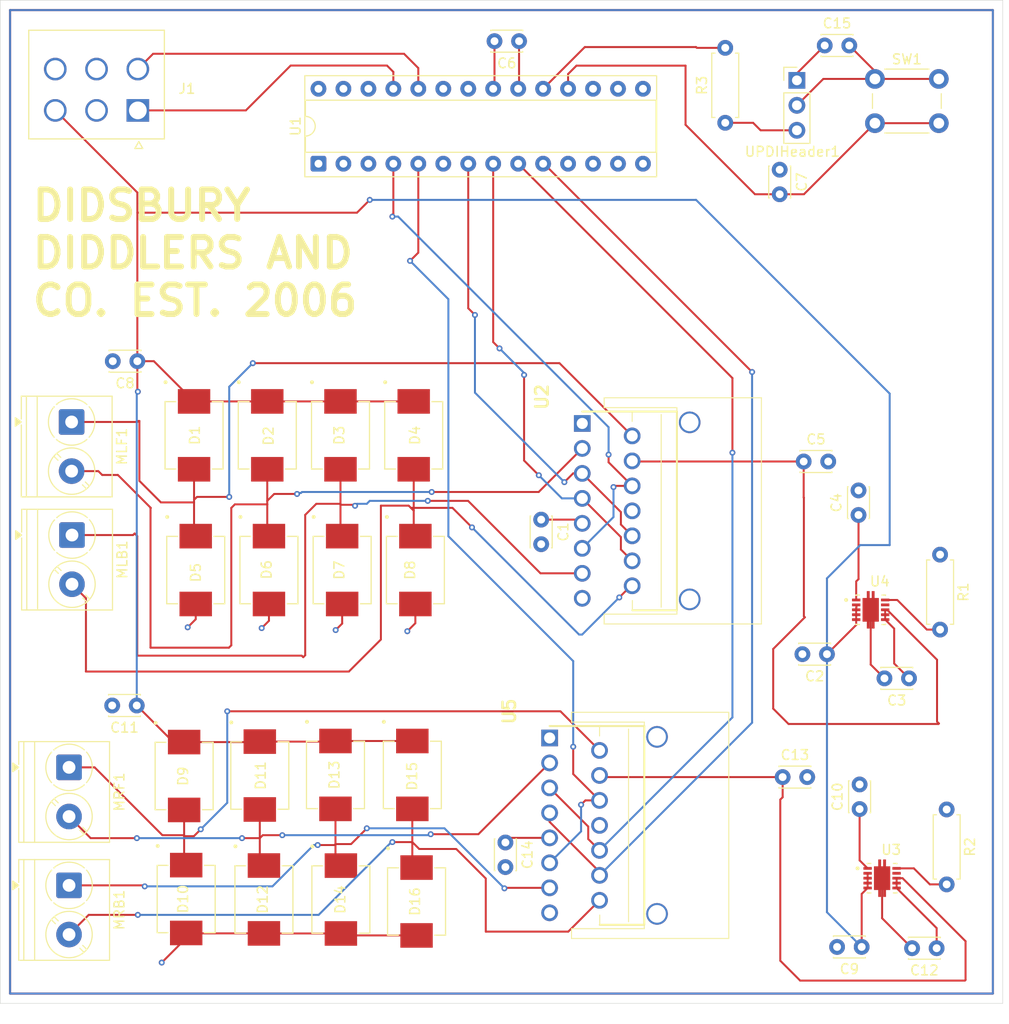
<source format=kicad_pcb>
(kicad_pcb (version 20241229) (generator "pcbnew") (generator_version "9.0")
  (layers (0 "F.Cu" signal) (4 "In1.Cu" signal) (6 "In2.Cu" signal) (2 "B.Cu" signal) (13 "F.Paste" user) (15 "B.Paste" user) (5 "F.SilkS" user "F.Silkscreen") (7 "B.SilkS" user "B.Silkscreen") (1 "F.Mask" user) (3 "B.Mask" user) (25 "Edge.Cuts" user))
  (net 0 "")
  (net 1 "GND")
  (net 2 "5V Logic")
  (net 3 "7.2V Motor")
  (net 4 "Net-(C3-+)")
  (net 5 "Net-(C4-+)")
  (net 6 "Net-(U2-OUT1)")
  (net 7 "Net-(C7--)")
  (net 8 "Net-(U2-OUT2)")
  (net 9 "Net-(C10-+)")
  (net 10 "Net-(C12-+)")
  (net 11 "Net-(U2-OUT3)")
  (net 12 "Net-(U2-OUT4)")
  (net 13 "Net-(U5-OUT1)")
  (net 14 "Net-(U5-OUT2)")
  (net 15 "Net-(U5-OUT3)")
  (net 16 "Net-(U5-OUT4)")
  (net 17 "3.3V Logic")
  (net 18 "SCL")
  (net 19 "SDA")
  (net 20 "Net-(R1--)")
  (net 21 "Net-(R2--)")
  (net 22 "Net-(R3-+)")
  (net 23 "Net-(R3--)")
  (net 24 "LFWD")
  (net 25 "RFWD")
  (net 26 "RPWM")
  (net 27 "LBWD")
  (net 30 "LPWM")
  (net 31 "RBWD")
  (footprint "Capacitor_THT:C_Disc_D3.0mm_W2.0mm_P2.50mm" (layer "F.Cu") (at 150.4 134.64 -90)
    (property "Reference" "C14")
    (property "Value" "100nF")
  )
  (footprint "Connector_PinHeader_2.54mm:PinHeader_1x03_P2.54mm_Vertical" (layer "F.Cu") (at 180.06 57.145)
    (property "Reference" "UPDIHeader1")
    (property "Value" "PINHD_1x3_Male")
  )
  (footprint "Capacitor_THT:C_Disc_D3.0mm_W2.0mm_P2.50mm" (layer "F.Cu") (at 186.44 131.24 90)
    (property "Reference" "C10")
    (property "Value" "1nF")
  )
  (footprint "B340-13-F:DIO_B340-13-F" (layer "F.Cu") (at 125.41 127.8325 90)
    (property "Reference" "D11")
    (property "Value" "B340-13-F")
  )
  (footprint "L298N:Multiwatt15L V with heatsink v2" (layer "F.Cu") (at 154.9 124.01 -90)
    (property "Reference" "U5")
    (property "Value" "L298N" (hide yes))
  )
  (footprint "TerminalBlock_Phoenix:TerminalBlock_Phoenix_PT-1,5-2-5.0-H_1x02_P5.00mm_Horizontal" (layer "F.Cu") (at 106.2625 91.88 -90)
    (property "Reference" "MLF1")
    (property "Value" "Screw_Terminal_2_P5.00mm" (hide yes))
  )
  (footprint "TCKE812NA_RF:IC_TCKE812NA_RF" (layer "F.Cu") (at 187.57 110.98)
    (property "Reference" "U4")
    (property "Value" "TCKE812NA_RF")
  )
  (footprint "Capacitor_THT:C_Disc_D3.0mm_W2.0mm_P2.50mm" (layer "F.Cu") (at 194.28 145.39 180)
    (property "Reference" "C12")
    (property "Value" "1μF")
  )
  (footprint "Capacitor_THT:C_Disc_D3.0mm_W2.0mm_P2.50mm" (layer "F.Cu") (at 151.79 53.16 180)
    (property "Reference" "C6")
    (property "Value" "1μF")
  )
  (footprint "Capacitor_THT:C_Disc_D3.0mm_W2.0mm_P2.50mm" (layer "F.Cu") (at 180.75 95.9)
    (property "Reference" "C5")
    (property "Value" "100nF")
  )
  (footprint "Capacitor_THT:C_Disc_D3.0mm_W2.0mm_P2.50mm" (layer "F.Cu") (at 178.61 127.99)
    (property "Reference" "C13")
    (property "Value" "100nF")
  )
  (footprint "Capacitor_THT:C_Disc_D3.0mm_W2.0mm_P2.50mm" (layer "F.Cu") (at 186.65 145.26 180)
    (property "Reference" "C9")
    (property "Value" "1μF")
  )
  (footprint "Capacitor_THT:C_Disc_D3.0mm_W2.0mm_P2.50mm" (layer "F.Cu") (at 178.31 66.23 -90)
    (property "Reference" "C7")
    (property "Value" "1μF")
  )
  (footprint "B340-13-F:DIO_B340-13-F" (layer "F.Cu") (at 118.89 106.94 90)
    (property "Reference" "D5")
    (property "Value" "B340-13-F")
  )
  (footprint "Capacitor_THT:C_Disc_D3.0mm_W2.0mm_P2.50mm" (layer "F.Cu") (at 191.47 117.95 180)
    (property "Reference" "C3")
    (property "Value" "1μF")
  )
  (footprint "TerminalBlock_Phoenix:TerminalBlock_Phoenix_PT-1,5-2-5.0-H_1x02_P5.00mm_Horizontal" (layer "F.Cu") (at 106 127 -90)
    (property "Reference" "MRF1")
    (property "Value" "Screw_Terminal_2_P5.00mm" (hide yes))
  )
  (footprint "B340-13-F:DIO_B340-13-F" (layer "F.Cu") (at 117.71 127.88 90)
    (property "Reference" "D9")
    (property "Value" "B340-13-F")
  )
  (footprint "Capacitor_THT:C_Disc_D3.0mm_W2.0mm_P2.50mm" (layer "F.Cu") (at 182.89 53.6)
    (property "Reference" "C15")
    (property "Value" "1μF")
  )
  (footprint "B340-13-F:DIO_B340-13-F" (layer "F.Cu") (at 140.93 127.77 90)
    (property "Reference" "D15")
    (property "Value" "B340-13-F")
  )
  (footprint "TerminalBlock_Phoenix:TerminalBlock_Phoenix_PT-1,5-2-5.0-H_1x02_P5.00mm_Horizontal" (layer "F.Cu") (at 106.3 103.38 -90)
    (property "Reference" "MLB1")
    (property "Value" "Screw_Terminal_2_P5.00mm" (hide yes))
  )
  (footprint "B340-13-F:DIO_B340-13-F" (layer "F.Cu") (at 141.24 106.94 90)
    (property "Reference" "D8")
    (property "Value" "B340-13-F")
  )
  (footprint "B340-13-F:DIO_B340-13-F" (layer "F.Cu") (at 133.11 127.77 90)
    (property "Reference" "D13")
    (property "Value" "B340-13-F")
  )
  (footprint "B340-13-F:DIO_B340-13-F" (layer "F.Cu") (at 126.17 93.24 90)
    (property "Reference" "D2")
    (property "Value" "B340-13-F")
  )
  (footprint "2125201006:MOLEX_2125201006" (layer "F.Cu") (at 113 60.2)
    (property "Reference" "J1")
    (property "Value" "2125201006")
  )
  (footprint "B340-13-F:DIO_B340-13-F" (layer "F.Cu") (at 141.07 93.24 90)
    (property "Reference" "D4")
    (property "Value" "B340-13-F")
  )
  (footprint "B340-13-F:DIO_B340-13-F" (layer "F.Cu") (at 133.62 93.24 90)
    (property "Reference" "D3")
    (property "Value" "B340-13-F")
  )
  (footprint "L298N:Multiwatt15L V with heatsink v2" (layer "F.Cu") (at 158.22 92.03 -90)
    (property "Reference" "U2")
    (property "Value" "L298N" (hide yes))
  )
  (footprint "Capacitor_THT:C_Disc_D3.0mm_W2.0mm_P2.50mm" (layer "F.Cu") (at 183.12 115.49 180)
    (property "Reference" "C2")
    (property "Value" "1μF")
  )
  (footprint "Resistor_THT:R_Axial_DIN0207_L6.3mm_D2.5mm_P7.62mm_Horizontal" (layer "F.Cu") (at 194.63 105.37 -90)
    (property "Reference" "R1")
    (property "Value" "54.5k")
  )
  (footprint "TerminalBlock_Phoenix:TerminalBlock_Phoenix_PT-1,5-2-5.0-H_1x02_P5.00mm_Horizontal" (layer "F.Cu") (at 106 139 -90)
    (property "Reference" "MRB1")
    (property "Value" "Screw_Terminal_2_P5.00mm" (hide yes))
  )
  (footprint "Button_Switch_THT:SW_PUSH_6mm" (layer "F.Cu") (at 188 57)
    (property "Reference" "SW1")
    (property "Value" "SW_Push")
  )
  (footprint "B340-13-F:DIO_B340-13-F" (layer "F.Cu") (at 125.83 140.4325 90)
    (property "Reference" "D12")
    (property "Value" "B340-13-F")
  )
  (footprint "Package_DIP:DIP-28_W7.62mm_Socket" (layer "F.Cu") (at 131.38 65.62 90)
    (property "Reference" "U1")
    (property "Value" "AVR128DB28x-xSP")
  )
  (footprint "B340-13-F:DIO_B340-13-F" (layer "F.Cu") (at 141.36 140.64 90)
    (property "Reference" "D16")
    (property "Value" "B340-13-F")
  )
  (footprint "B340-13-F:DIO_B340-13-F" (layer "F.Cu") (at 126.34 106.94 90)
    (property "Reference" "D6")
    (property "Value" "B340-13-F")
  )
  (footprint "Resistor_THT:R_Axial_DIN0207_L6.3mm_D2.5mm_P7.62mm_Horizontal" (layer "F.Cu") (at 195.3 131.28 -90)
    (property "Reference" "R2")
    (property "Value" "54.5k")
  )
  (footprint "Capacitor_THT:C_Disc_D3.0mm_W2.0mm_P2.50mm" (layer "F.Cu") (at 154.04 101.81 -90)
    (property "Reference" "C1")
    (property "Value" "100nF")
  )
  (footprint "Capacitor_THT:C_Disc_D3.0mm_W2.0mm_P2.50mm" (layer "F.Cu") (at 112.89 120.71 180)
    (property "Reference" "C11")
    (property "Value" "220μF")
  )
  (footprint "B340-13-F:DIO_B340-13-F" (layer "F.Cu") (at 117.92 140.39 90)
    (property "Reference" "D10")
    (property "Value" "B340-13-F")
  )
  (footprint "Resistor_THT:R_Axial_DIN0207_L6.3mm_D2.5mm_P7.62mm_Horizontal" (layer "F.Cu") (at 172.77 61.46 90)
    (property "Reference" "R3")
    (property "Value" "1.2k")
  )
  (footprint "Capacitor_THT:C_Disc_D3.0mm_W2.0mm_P2.50mm" (layer "F.Cu") (at 112.95 85.7 180)
    (property "Reference" "C8")
    (property "Value" "220μF")
  )
  (footprint "B340-13-F:DIO_B340-13-F" (layer "F.Cu") (at 118.72 93.24 90)
    (property "Reference" "D1")
    (property "Value" "B340-13-F")
  )
  (footprint "TCKE812NA_RF:IC_TCKE812NA_RF" (layer "F.Cu") (at 188.73 138.27)
    (property "Reference" "U3")
    (property "Value" "TCKE812NA_RF")
  )
  (footprint "Capacitor_THT:C_Disc_D3.0mm_W2.0mm_P2.50mm" (layer "F.Cu") (at 186.33 101.34 90)
    (property "Reference" "C4")
    (property "Value" "1nF")
  )
  (footprint "B340-13-F:DIO_B340-13-F" (layer "F.Cu") (at 133.79 106.94 90)
    (property "Reference" "D7")
    (property "Value" "B340-13-F")
  )
  (footprint "B340-13-F:DIO_B340-13-F" (layer "F.Cu") (at 133.66 140.44 90)
    (property "Reference" "D14")
    (property "Value" "B340-13-F")
  )
  (gr_line (start 100 150) (end 200 150) (stroke (width 0.2)) (layer "F.Cu") (net 20))
  (gr_line (start 100 50) (end 100 150) (stroke (width 0.2)) (layer "F.Cu") (net 20))
  (gr_line (start 200 50) (end 100 50) (stroke (width 0.2)) (layer "F.Cu") (net 20))
  (gr_line (start 200 150) (end 200 50) (stroke (width 0.2)) (layer "F.Cu") (net 20))
  (gr_line (start 100 150) (end 200 150) (stroke (width 0.2)) (layer "F.Cu") (net 20))
  (gr_line (start 200 150) (end 100 150) (stroke (width 0.2)) (layer "B.Cu") (net 20))
  (gr_line (start 100 50) (end 200 50) (stroke (width 0.2)) (layer "B.Cu") (net 20))
  (gr_line (start 200 50) (end 200 150) (stroke (width 0.2)) (layer "B.Cu") (net 20))
  (gr_line (start 100 150) (end 100 50) (stroke (width 0.2)) (layer "B.Cu") (net 20))
  (gr_line (start 201 49) (end 99 49) (stroke (width 0.05)) (layer "Edge.Cuts"))
  (gr_line (start 201 151) (end 201 49) (stroke (width 0.05)) (layer "Edge.Cuts"))
  (gr_line (start 99 49) (end 99 151) (stroke (width 0.05)) (layer "Edge.Cuts"))
  (gr_line (start 99 151) (end 201 151) (stroke (width 0.05)) (layer "Edge.Cuts"))
  (gr_text "DIDSBURY \nDIDDLERS AND \nCO. EST. 2006" (at 102 81.3 0) (layer "F.SilkS") (effects (font (size 3 3) (thickness 0.6) (bold yes)) (justify left bottom)))
  (segment (start 118.89 111.94) (end 118.07 112.76) (width 0.2) (layer "F.Cu") (net 1))
  (segment (start 133.79 110.39) (end 133.79 112.38) (width 0.2) (layer "F.Cu") (net 1))
  (segment (start 141.24 110.39) (end 141.24 112.34) (width 0.2) (layer "F.Cu") (net 1))
  (segment (start 188 56.21) (end 188 57) (width 0.2) (layer "F.Cu") (net 1))
  (segment (start 117.9625 143.8825) (end 117.92 143.84) (width 0.2) (layer "F.Cu") (net 1))
  (segment (start 126.34 110.39) (end 126.34 112.1) (width 0.2) (layer "F.Cu") (net 1))
  (segment (start 182.745 57) (end 188 57) (width 0.2) (layer "F.Cu") (net 1))
  (segment (start 125.83 143.8825) (end 117.9625 143.8825) (width 0.2) (layer "F.Cu") (net 1))
  (segment (start 118.89 110.39) (end 118.89 111.94) (width 0.2) (layer "F.Cu") (net 1))
  (segment (start 133.66 143.89) (end 125.8375 143.89) (width 0.2) (layer "F.Cu") (net 1))
  (segment (start 141.24 112.34) (end 140.42 113.16) (width 0.2) (layer "F.Cu") (net 1))
  (segment (start 149.29 57.87) (end 149.16 58) (width 0.2) (layer "F.Cu") (net 1))
  (segment (start 187.57 110.98) (end 187.57 116.55) (width 0.2) (layer "F.Cu") (net 1))
  (segment (start 188.73 142.34) (end 188.73 138.27) (width 0.2) (layer "F.Cu") (net 1))
  (segment (start 185.39 53.6) (end 188 56.21) (width 0.2) (layer "F.Cu") (net 1))
  (segment (start 133.86 144.09) (end 133.66 143.89) (width 0.2) (layer "F.Cu") (net 1))
  (segment (start 187.57 116.55) (end 188.97 117.95) (width 0.2) (layer "F.Cu") (net 1))
  (segment (start 126.34 112.1) (end 125.6 112.84) (width 0.2) (layer "F.Cu") (net 1))
  (segment (start 125.8375 143.89) (end 125.83 143.8825) (width 0.2) (layer "F.Cu") (net 1))
  (segment (start 188 57) (end 194.5 57) (width 0.2) (layer "F.Cu") (net 1))
  (segment (start 191.78 145.39) (end 188.73 142.34) (width 0.2) (layer "F.Cu") (net 1))
  (segment (start 141.36 144.09) (end 133.86 144.09) (width 0.2) (layer "F.Cu") (net 1))
  (segment (start 133.79 112.38) (end 133.13 113.04) (width 0.2) (layer "F.Cu") (net 1))
  (segment (start 117.92 144.36) (end 115.43 146.85) (width 0.2) (layer "F.Cu") (net 1))
  (segment (start 149.29 53.16) (end 149.29 57.87) (width 0.2) (layer "F.Cu") (net 1))
  (segment (start 117.92 143.84) (end 117.92 144.36) (width 0.2) (layer "F.Cu") (net 1))
  (segment (start 180.06 59.685) (end 182.745 57) (width 0.2) (layer "F.Cu") (net 1))
  (via (at 140.42 113.16) (size 0.6) (drill 0.3) (layers "F.Cu" "B.Cu") (net 1))
  (via (at 133.13 113.04) (size 0.6) (drill 0.3) (layers "F.Cu" "B.Cu") (net 1))
  (via (at 118.07 112.76) (size 0.6) (drill 0.3) (layers "F.Cu" "B.Cu") (net 1))
  (via (at 125.6 112.84) (size 0.6) (drill 0.3) (layers "F.Cu" "B.Cu") (net 1))
  (via (at 115.43 146.85) (size 0.6) (drill 0.3) (layers "F.Cu" "B.Cu") (net 1))
  (segment (start 150.87 134.17) (end 150.4 134.64) (width 0.2) (layer "F.Cu") (net 2))
  (segment (start 180.06 56.43) (end 180.06 57.145) (width 0.2) (layer "F.Cu") (net 2))
  (segment (start 157.84 101.81) (end 158.22 102.19) (width 0.2) (layer "F.Cu") (net 2))
  (segment (start 151.79 57.91) (end 151.7 58) (width 0.2) (layer "F.Cu") (net 2))
  (segment (start 151.79 53.16) (end 151.79 57.91) (width 0.2) (layer "F.Cu") (net 2))
  (segment (start 154.04 101.81) (end 157.84 101.81) (width 0.2) (layer "F.Cu") (net 2))
  (segment (start 182.89 53.6) (end 180.06 56.43) (width 0.2) (layer "F.Cu") (net 2))
  (segment (start 154.9 134.17) (end 150.87 134.17) (width 0.2) (layer "F.Cu") (net 2))
  (segment (start 117.71 124.43) (end 116.61 124.43) (width 0.2) (layer "F.Cu") (net 3))
  (segment (start 186.095 110.765) (end 186.12 110.74) (width 0.2) (layer "F.Cu") (net 3))
  (segment (start 133.0475 124.3825) (end 133.11 124.32) (width 0.2) (layer "F.Cu") (net 3))
  (segment (start 104.6 60.2) (end 112.95 68.55) (width 0.2) (layer "F.Cu") (net 3))
  (segment (start 186.12 110.505) (end 186.095 110.48) (width 0.2) (layer "F.Cu") (net 3))
  (segment (start 186.095 111.98) (end 186.095 110.765) (width 0.2) (layer "F.Cu") (net 3))
  (segment (start 186.65 145.26) (end 186.65 139.875) (width 0.2) (layer "F.Cu") (net 3))
  (segment (start 125.41 124.3825) (end 133.0475 124.3825) (width 0.2) (layer "F.Cu") (net 3))
  (segment (start 112.95 85.7) (end 112.95 88.75) (width 0.2) (layer "F.Cu") (net 3))
  (segment (start 140.93 124.32) (end 133.11 124.32) (width 0.2) (layer "F.Cu") (net 3))
  (segment (start 187.255 139.27) (end 187.255 137.77) (width 0.2) (layer "F.Cu") (net 3))
  (segment (start 114.63 85.7) (end 118.72 89.79) (width 0.2) (layer "F.Cu") (net 3))
  (segment (start 125.3625 124.43) (end 125.41 124.3825) (width 0.2) (layer "F.Cu") (net 3))
  (segment (start 112.95 85.7) (end 114.63 85.7) (width 0.2) (layer "F.Cu") (net 3))
  (segment (start 187.1675 139.3575) (end 187.255 139.27) (width 0.2) (layer "F.Cu") (net 3))
  (segment (start 135.3 70.6) (end 136.6 69.3) (width 0.2) (layer "F.Cu") (net 3))
  (segment (start 112.95 88.75) (end 113 88.8) (width 0.2) (layer "F.Cu") (net 3))
  (segment (start 112.95 70.6) (end 112.95 85.7) (width 0.2) (layer "F.Cu") (net 3))
  (segment (start 186.095 112.515) (end 186.095 111.98) (width 0.2) (layer "F.Cu") (net 3))
  (segment (start 186.12 110.74) (end 186.12 110.505) (width 0.2) (layer "F.Cu") (net 3))
  (segment (start 116.61 124.43) (end 112.89 120.71) (width 0.2) (layer "F.Cu") (net 3))
  (segment (start 183.12 115.49) (end 186.095 112.515) (width 0.2) (layer "F.Cu") (net 3))
  (segment (start 186.65 139.875) (end 187.1675 139.3575) (width 0.2) (layer "F.Cu") (net 3))
  (segment (start 112.95 70.6) (end 135.3 70.6) (width 0.2) (layer "F.Cu") (net 3))
  (segment (start 117.71 124.43) (end 125.3625 124.43) (width 0.2) (layer "F.Cu") (net 3))
  (segment (start 112.95 68.55) (end 112.95 70.6) (width 0.2) (layer "F.Cu") (net 3))
  (segment (start 118.72 89.79) (end 141.07 89.79) (width 0.2) (layer "F.Cu") (net 3))
  (via (at 136.6 69.3) (size 0.6) (drill 0.3) (layers "F.Cu" "B.Cu") (net 3))
  (via (at 113 88.8) (size 0.6) (drill 0.3) (layers "F.Cu" "B.Cu") (net 3))
  (segment (start 189.5 89) (end 189.5 104.4) (width 0.2) (layer "B.Cu") (net 3))
  (segment (start 183.12 107.78) (end 183.12 115.49) (width 0.2) (layer "B.Cu") (net 3))
  (segment (start 183.12 115.49) (end 183.12 141.73) (width 0.2) (layer "B.Cu") (net 3))
  (segment (start 169.8 69.3) (end 189.5 89) (width 0.2) (layer "B.Cu") (net 3))
  (segment (start 189.5 104.4) (end 186.5 104.4) (width 0.2) (layer "B.Cu") (net 3))
  (segment (start 136.6 69.3) (end 169.8 69.3) (width 0.2) (layer "B.Cu") (net 3))
  (segment (start 186.5 104.4) (end 183.12 107.78) (width 0.2) (layer "B.Cu") (net 3))
  (segment (start 183.12 141.73) (end 186.65 145.26) (width 0.2) (layer "B.Cu") (net 3))
  (segment (start 113 88.8) (end 112.89 88.91) (width 0.2) (layer "B.Cu") (net 3))
  (segment (start 112.89 88.91) (end 112.89 120.71) (width 0.2) (layer "B.Cu") (net 3))
  (segment (start 194.51 122.54) (end 194.46 122.59) (width 0.2) (layer "F.Cu") (net 4))
  (segment (start 194.46 122.59) (end 179.21 122.59) (width 0.2) (layer "F.Cu") (net 4))
  (segment (start 179.21 122.59) (end 177.65 121.03) (width 0.2) (layer "F.Cu") (net 4))
  (segment (start 180.77 99.57) (end 180.75 99.55) (width 0.2) (layer "F.Cu") (net 4))
  (segment (start 177.65 121.03) (end 177.65 114.96) (width 0.2) (layer "F.Cu") (net 4))
  (segment (start 191.47 117.95) (end 189.96 116.44) (width 0.2) (layer "F.Cu") (net 4))
  (segment (start 180.75 95.9) (end 163.36 95.9) (width 0.2) (layer "F.Cu") (net 4))
  (segment (start 180.87 111.74) (end 180.77 111.64) (width 0.2) (layer "F.Cu") (net 4))
  (segment (start 189.96 112.895) (end 189.045 111.98) (width 0.2) (layer "F.Cu") (net 4))
  (segment (start 194.32 122.35) (end 194.51 122.54) (width 0.2) (layer "F.Cu") (net 4))
  (segment (start 189.24 110.98) (end 194.32 116.06) (width 0.2) (layer "F.Cu") (net 4))
  (segment (start 177.65 114.96) (end 180.87 111.74) (width 0.2) (layer "F.Cu") (net 4))
  (segment (start 189.045 110.98) (end 189.24 110.98) (width 0.2) (layer "F.Cu") (net 4))
  (segment (start 163.36 95.9) (end 163.3 95.84) (width 0.2) (layer "F.Cu") (net 4))
  (segment (start 180.77 111.64) (end 180.77 99.57) (width 0.2) (layer "F.Cu") (net 4))
  (segment (start 194.32 116.06) (end 194.32 122.35) (width 0.2) (layer "F.Cu") (net 4))
  (segment (start 180.75 99.55) (end 180.75 95.9) (width 0.2) (layer "F.Cu") (net 4))
  (segment (start 189.045 111.98) (end 189.045 110.98) (width 0.2) (layer "F.Cu") (net 4))
  (segment (start 189.96 116.44) (end 189.96 112.895) (width 0.2) (layer "F.Cu") (net 4))
  (segment (start 186.33 101.34) (end 186.33 107.86) (width 0.2) (layer "F.Cu") (net 5))
  (segment (start 186.33 107.86) (end 186.095 108.095) (width 0.2) (layer "F.Cu") (net 5))
  (segment (start 186.095 108.095) (end 186.095 109.98) (width 0.2) (layer "F.Cu") (net 5))
  (segment (start 118.72 100.06) (end 115.35 100.06) (width 0.2) (layer "F.Cu") (net 6))
  (segment (start 118.72 100.06) (end 118.72 103.32) (width 0.2) (layer "F.Cu") (net 6))
  (segment (start 113.05 91.78) (end 112.95 91.88) (width 0.2) (layer "F.Cu") (net 6))
  (segment (start 118.72 103.32) (end 118.89 103.49) (width 0.2) (layer "F.Cu") (net 6))
  (segment (start 163.3 93.3) (end 155.9 85.9) (width 0.2) (layer "F.Cu") (net 6))
  (segment (start 113.16 97.87) (end 113.16 91.78) (width 0.2) (layer "F.Cu") (net 6))
  (segment (start 119.02 99.5) (end 118.72 99.8) (width 0.2) (layer "F.Cu") (net 6))
  (segment (start 118.72 96.69) (end 118.72 99.8) (width 0.2) (layer "F.Cu") (net 6))
  (segment (start 112.95 91.88) (end 106.2625 91.88) (width 0.2) (layer "F.Cu") (net 6))
  (segment (start 118.72 99.8) (end 118.72 100.06) (width 0.2) (layer "F.Cu") (net 6))
  (segment (start 115.35 100.06) (end 113.16 97.87) (width 0.2) (layer "F.Cu") (net 6))
  (segment (start 155.9 85.9) (end 124.7 85.9) (width 0.2) (layer "F.Cu") (net 6))
  (segment (start 113.16 91.78) (end 113.05 91.78) (width 0.2) (layer "F.Cu") (net 6))
  (segment (start 122.3 99.5) (end 119.02 99.5) (width 0.2) (layer "F.Cu") (net 6))
  (via (at 124.7 85.9) (size 0.6) (drill 0.3) (layers "F.Cu" "B.Cu") (net 6))
  (via (at 122.3 99.5) (size 0.6) (drill 0.3) (layers "F.Cu" "B.Cu") (net 6))
  (segment (start 124.7 85.9) (end 122.3 88.3) (width 0.2) (layer "B.Cu") (net 6))
  (segment (start 122.3 88.3) (end 122.3 99.5) (width 0.2) (layer "B.Cu") (net 6))
  (segment (start 168.73 61.66) (end 168.73 55.65) (width 0.2) (layer "F.Cu") (net 7))
  (segment (start 178.31 68.73) (end 175.8 68.73) (width 0.2) (layer "F.Cu") (net 7))
  (segment (start 188 61.5) (end 180.77 68.73) (width 0.2) (layer "F.Cu") (net 7))
  (segment (start 194.5 61.5) (end 188 61.5) (width 0.2) (layer "F.Cu") (net 7))
  (segment (start 175.8 68.73) (end 168.73 61.66) (width 0.2) (layer "F.Cu") (net 7))
  (segment (start 156.78 56.5) (end 156.78 58) (width 0.2) (layer "F.Cu") (net 7))
  (segment (start 157.63 55.65) (end 156.78 56.5) (width 0.2) (layer "F.Cu") (net 7))
  (segment (start 180.77 68.73) (end 178.31 68.73) (width 0.2) (layer "F.Cu") (net 7))
  (segment (start 168.73 55.65) (end 157.63 55.65) (width 0.2) (layer "F.Cu") (net 7))
  (segment (start 126.17 100.26) (end 126.17 103.32) (width 0.2) (layer "F.Cu") (net 8))
  (segment (start 126.17 103.32) (end 126.34 103.49) (width 0.2) (layer "F.Cu") (net 8))
  (segment (start 122.87 100.26) (end 122.51 100.62) (width 0.2) (layer "F.Cu") (net 8))
  (segment (start 108.98 96.88) (end 106.2625 96.88) (width 0.2) (layer "F.Cu") (net 8))
  (segment (start 122.27 114.83) (end 114.29 114.83) (width 0.2) (layer "F.Cu") (net 8))
  (segment (start 122.51 100.62) (end 122.51 114.59) (width 0.2) (layer "F.Cu") (net 8))
  (segment (start 114.29 114.83) (end 114.29 100.65) (width 0.2) (layer "F.Cu") (net 8))
  (segment (start 122.51 114.59) (end 122.27 114.83) (width 0.2) (layer "F.Cu") (net 8))
  (segment (start 126.87 99.2) (end 126.17 99.9) (width 0.2) (layer "F.Cu") (net 8))
  (segment (start 126.17 100.26) (end 122.87 100.26) (width 0.2) (layer "F.Cu") (net 8))
  (segment (start 126.17 96.69) (end 126.17 99.9) (width 0.2) (layer "F.Cu") (net 8))
  (segment (start 126.17 99.9) (end 126.17 100.26) (width 0.2) (layer "F.Cu") (net 8))
  (segment (start 110.97 97.27) (end 109.37 97.27) (width 0.2) (layer "F.Cu") (net 8))
  (segment (start 109.37 97.27) (end 108.98 96.88) (width 0.2) (layer "F.Cu") (net 8))
  (segment (start 114.32 100.62) (end 110.97 97.27) (width 0.2) (layer "F.Cu") (net 8))
  (segment (start 114.29 100.65) (end 114.32 100.62) (width 0.2) (layer "F.Cu") (net 8))
  (segment (start 158.22 94.57) (end 153.79 99) (width 0.2) (layer "F.Cu") (net 8))
  (segment (start 129.2 99.2) (end 126.87 99.2) (width 0.2) (layer "F.Cu") (net 8))
  (segment (start 153.79 99) (end 142.9 99) (width 0.2) (layer "F.Cu") (net 8))
  (via (at 129.2 99.2) (size 0.6) (drill 0.3) (layers "F.Cu" "B.Cu") (net 8))
  (via (at 142.9 99) (size 0.6) (drill 0.3) (layers "F.Cu" "B.Cu") (net 8))
  (segment (start 129.3 99.1) (end 129.2 99.2) (width 0.2) (layer "B.Cu") (net 8))
  (segment (start 129.7 99) (end 129.6 99.1) (width 0.2) (layer "B.Cu") (net 8))
  (segment (start 142.9 99) (end 129.7 99) (width 0.2) (layer "B.Cu") (net 8))
  (segment (start 129.6 99.1) (end 129.3 99.1) (width 0.2) (layer "B.Cu") (net 8))
  (segment (start 186.44 131.24) (end 186.44 136.455) (width 0.2) (layer "F.Cu") (net 9))
  (segment (start 186.44 136.455) (end 187.255 137.27) (width 0.2) (layer "F.Cu") (net 9))
  (segment (start 190.205 139.27) (end 190.205 138.27) (width 0.2) (layer "F.Cu") (net 10))
  (segment (start 190.81 138.27) (end 197.22 144.68) (width 0.2) (layer "F.Cu") (net 10))
  (segment (start 190.205 138.27) (end 190.81 138.27) (width 0.2) (layer "F.Cu") (net 10))
  (segment (start 178.37 146.66) (end 178.37 130.28) (width 0.2) (layer "F.Cu") (net 10))
  (segment (start 178.61 127.99) (end 160.15 127.99) (width 0.2) (layer "F.Cu") (net 10))
  (segment (start 178.61 130.04) (end 178.61 127.99) (width 0.2) (layer "F.Cu") (net 10))
  (segment (start 197.15 148.68) (end 180.39 148.68) (width 0.2) (layer "F.Cu") (net 10))
  (segment (start 197.22 148.61) (end 197.15 148.68) (width 0.2) (layer "F.Cu") (net 10))
  (segment (start 194.28 143.345) (end 190.205 139.27) (width 0.2) (layer "F.Cu") (net 10))
  (segment (start 180.39 148.68) (end 178.37 146.66) (width 0.2) (layer "F.Cu") (net 10))
  (segment (start 197.22 144.68) (end 197.22 148.61) (width 0.2) (layer "F.Cu") (net 10))
  (segment (start 160.15 127.99) (end 159.98 127.82) (width 0.2) (layer "F.Cu") (net 10))
  (segment (start 178.37 130.28) (end 178.61 130.04) (width 0.2) (layer "F.Cu") (net 10))
  (segment (start 194.28 145.39) (end 194.28 143.345) (width 0.2) (layer "F.Cu") (net 10))
  (segment (start 146.6 99.9) (end 142.5 99.9) (width 0.2) (layer "F.Cu") (net 11))
  (segment (start 129.83 115.8) (end 129.67 115.64) (width 0.2) (layer "F.Cu") (net 11))
  (segment (start 112.94 115.64) (end 112.94 103.49) (width 0.2) (layer "F.Cu") (net 11))
  (segment (start 130.03 115.6) (end 129.83 115.8) (width 0.2) (layer "F.Cu") (net 11))
  (segment (start 133.62 103.32) (end 133.79 103.49) (width 0.2) (layer "F.Cu") (net 11))
  (segment (start 112.94 103.49) (end 112.67 103.22) (width 0.2) (layer "F.Cu") (net 11))
  (segment (start 133.62 100.3) (end 133.62 103.32) (width 0.2) (layer "F.Cu") (net 11))
  (segment (start 135.1 100.4) (end 135 100.3) (width 0.2) (layer "F.Cu") (net 11))
  (segment (start 135 100.3) (end 133.62 100.3) (width 0.2) (layer "F.Cu") (net 11))
  (segment (start 130.03 101.33) (end 130.03 115.6) (width 0.2) (layer "F.Cu") (net 11))
  (segment (start 112.51 103.38) (end 106.3 103.38) (width 0.2) (layer "F.Cu") (net 11))
  (segment (start 146.6 99.9) (end 153.97 107.27) (width 0.2) (layer "F.Cu") (net 11))
  (segment (start 131.16 100.2) (end 130.03 101.33) (width 0.2) (layer "F.Cu") (net 11))
  (segment (start 133.62 100.2) (end 133.62 100.3) (width 0.2) (layer "F.Cu") (net 11))
  (segment (start 133.62 96.69) (end 133.62 100.2) (width 0.2) (layer "F.Cu") (net 11))
  (segment (start 158.22 107.27) (end 153.97 107.27) (width 0.2) (layer "F.Cu") (net 11))
  (segment (start 129.67 115.64) (end 112.94 115.64) (width 0.2) (layer "F.Cu") (net 11))
  (segment (start 133.62 100.2) (end 131.16 100.2) (width 0.2) (layer "F.Cu") (net 11))
  (segment (start 112.67 103.22) (end 112.51 103.38) (width 0.2) (layer "F.Cu") (net 11))
  (via (at 142.5 99.9) (size 0.6) (drill 0.3) (layers "F.Cu" "B.Cu") (net 11))
  (via (at 135.1 100.4) (size 0.6) (drill 0.3) (layers "F.Cu" "B.Cu") (net 11))
  (segment (start 136.3 100.2) (end 135.3 100.2) (width 0.2) (layer "B.Cu") (net 11))
  (segment (start 135.3 100.2) (end 135.1 100.4) (width 0.2) (layer "B.Cu") (net 11))
  (segment (start 142.5 99.9) (end 136.6 99.9) (width 0.2) (layer "B.Cu") (net 11))
  (segment (start 136.6 99.9) (end 136.3 100.2) (width 0.2) (layer "B.Cu") (net 11))
  (segment (start 163.17 108.54) (end 161.99 109.72) (width 0.2) (layer "F.Cu") (net 12))
  (segment (start 107.72 117.26) (end 107.72 109.8) (width 0.2) (layer "F.Cu") (net 12))
  (segment (start 107.72 109.8) (end 106.3 108.38) (width 0.2) (layer "F.Cu") (net 12))
  (segment (start 137.73 114) (end 134.47 117.26) (width 0.2) (layer "F.Cu") (net 12))
  (segment (start 141.07 96.69) (end 141.07 100.9) (width 0.2) (layer "F.Cu") (net 12))
  (segment (start 163.3 108.54) (end 163.17 108.54) (width 0.2) (layer "F.Cu") (net 12))
  (segment (start 140.785 100.615) (end 140.56 100.39) (width 0.2) (layer "F.Cu") (net 12))
  (segment (start 141.07 100.9) (end 140.785 100.615) (width 0.2) (layer "F.Cu") (net 12))
  (segment (start 141.07 100.9) (end 141.07 103.32) (width 0.2) (layer "F.Cu") (net 12))
  (segment (start 137.73 100.39) (end 137.73 114) (width 0.2) (layer "F.Cu") (net 12))
  (segment (start 134.47 117.26) (end 107.72 117.26) (width 0.2) (layer "F.Cu") (net 12))
  (segment (start 145.015 100.615) (end 140.785 100.615) (width 0.2) (layer "F.Cu") (net 12))
  (segment (start 147 102.6) (end 145.015 100.615) (width 0.2) (layer "F.Cu") (net 12))
  (segment (start 141.07 103.32) (end 141.24 103.49) (width 0.2) (layer "F.Cu") (net 12))
  (segment (start 140.56 100.39) (end 137.73 100.39) (width 0.2) (layer "F.Cu") (net 12))
  (via (at 147 102.6) (size 0.6) (drill 0.3) (layers "F.Cu" "B.Cu") (net 12))
  (via (at 161.99 109.72) (size 0.6) (drill 0.3) (layers "F.Cu" "B.Cu") (net 12))
  (segment (start 161.99 109.72) (end 158.21 113.5) (width 0.2) (layer "B.Cu") (net 12))
  (segment (start 157.9 113.5) (end 147 102.6) (width 0.2) (layer "B.Cu") (net 12))
  (segment (start 157.9 113.5) (end 158.21 113.5) (width 0.2) (layer "B.Cu") (net 12))
  (segment (start 119.4 133.3) (end 118.7 134) (width 0.2) (layer "F.Cu") (net 13))
  (segment (start 156 121.3) (end 122.1 121.3) (width 0.2) (layer "F.Cu") (net 13))
  (segment (start 117.71 133.9) (end 117.71 134) (width 0.2) (layer "F.Cu") (net 13))
  (segment (start 159.98 125.28) (end 156 121.3) (width 0.2) (layer "F.Cu") (net 13))
  (segment (start 118.7 134) (end 117.71 134) (width 0.2) (layer "F.Cu") (net 13))
  (segment (start 115.5 133.9) (end 117.71 133.9) (width 0.2) (layer "F.Cu") (net 13))
  (segment (start 108.6 127) (end 115.5 133.9) (width 0.2) (layer "F.Cu") (net 13))
  (segment (start 117.71 136.73) (end 117.92 136.94) (width 0.2) (layer "F.Cu") (net 13))
  (segment (start 106 127) (end 108.6 127) (width 0.2) (layer "F.Cu") (net 13))
  (segment (start 117.71 131.33) (end 117.71 133.9) (width 0.2) (layer "F.Cu") (net 13))
  (segment (start 117.71 134) (end 117.71 136.73) (width 0.2) (layer "F.Cu") (net 13))
  (via (at 119.4 133.3) (size 0.6) (drill 0.3) (layers "F.Cu" "B.Cu") (net 13))
  (via (at 122.1 121.3) (size 0.6) (drill 0.3) (layers "F.Cu" "B.Cu") (net 13))
  (segment (start 122.1 121.3) (end 122.1 130.6) (width 0.2) (layer "B.Cu") (net 13))
  (segment (start 122.1 130.6) (end 119.4 133.3) (width 0.2) (layer "B.Cu") (net 13))
  (segment (start 154.9 126.55) (end 147.65 133.8) (width 0.2) (layer "F.Cu") (net 14))
  (segment (start 106 132) (end 108.2 134.2) (width 0.2) (layer "F.Cu") (net 14))
  (segment (start 108.2 134.2) (end 112.9 134.2) (width 0.2) (layer "F.Cu") (net 14))
  (segment (start 125.41 131.2825) (end 125.41 134.2) (width 0.2) (layer "F.Cu") (net 14))
  (segment (start 125.41 134.2) (end 125.41 136.5625) (width 0.2) (layer "F.Cu") (net 14))
  (segment (start 123.6 134.2) (end 125.41 134.2) (width 0.2) (layer "F.Cu") (net 14))
  (segment (start 125.41 136.5625) (end 125.83 136.9825) (width 0.2) (layer "F.Cu") (net 14))
  (segment (start 147.65 133.8) (end 142.8 133.8) (width 0.2) (layer "F.Cu") (net 14))
  (segment (start 125.71 133.9) (end 125.41 134.2) (width 0.2) (layer "F.Cu") (net 14))
  (segment (start 127.7 133.9) (end 125.71 133.9) (width 0.2) (layer "F.Cu") (net 14))
  (via (at 112.9 134.2) (size 0.6) (drill 0.3) (layers "F.Cu" "B.Cu") (net 14))
  (via (at 142.8 133.8) (size 0.6) (drill 0.3) (layers "F.Cu" "B.Cu") (net 14))
  (via (at 127.7 133.9) (size 0.6) (drill 0.3) (layers "F.Cu" "B.Cu") (net 14))
  (via (at 123.6 134.2) (size 0.6) (drill 0.3) (layers "F.Cu" "B.Cu") (net 14))
  (segment (start 112.9 134.2) (end 123.6 134.2) (width 0.2) (layer "B.Cu") (net 14))
  (segment (start 142.8 133.8) (end 142.7 133.9) (width 0.2) (layer "B.Cu") (net 14))
  (segment (start 142.7 133.9) (end 127.7 133.9) (width 0.2) (layer "B.Cu") (net 14))
  (segment (start 133.01 134.9) (end 133.11 134.8) (width 0.2) (layer "F.Cu") (net 15))
  (segment (start 136.3 133.2) (end 134.7 134.8) (width 0.2) (layer "F.Cu") (net 15))
  (segment (start 134.7 134.8) (end 133.11 134.8) (width 0.2) (layer "F.Cu") (net 15))
  (segment (start 106 139) (end 113.6 139) (width 0.2) (layer "F.Cu") (net 15))
  (segment (start 150.35 139.25) (end 150.3 139.3) (width 0.2) (layer "F.Cu") (net 15))
  (segment (start 133.11 131.22) (end 133.11 134.8) (width 0.2) (layer "F.Cu") (net 15))
  (segment (start 113.6 139) (end 113.7 139.1) (width 0.2) (layer "F.Cu") (net 15))
  (segment (start 131.3 134.9) (end 133.01 134.9) (width 0.2) (layer "F.Cu") (net 15))
  (segment (start 133.11 136.44) (end 133.66 136.99) (width 0.2) (layer "F.Cu") (net 15))
  (segment (start 154.9 139.25) (end 150.35 139.25) (width 0.2) (layer "F.Cu") (net 15))
  (segment (start 133.11 134.8) (end 133.11 136.44) (width 0.2) (layer "F.Cu") (net 15))
  (via (at 136.3 133.2) (size 0.6) (drill 0.3) (layers "F.Cu" "B.Cu") (net 15))
  (via (at 131.3 134.9) (size 0.6) (drill 0.3) (layers "F.Cu" "B.Cu") (net 15))
  (via (at 150.3 139.3) (size 0.6) (drill 0.3) (layers "F.Cu" "B.Cu") (net 15))
  (via (at 113.7 139.1) (size 0.6) (drill 0.3) (layers "F.Cu" "B.Cu") (net 15))
  (segment (start 144.199 133.199) (end 136.301 133.199) (width 0.2) (layer "B.Cu") (net 15))
  (segment (start 150.3 139.3) (end 144.199 133.199) (width 0.2) (layer "B.Cu") (net 15))
  (segment (start 136.301 133.199) (end 136.3 133.2) (width 0.2) (layer "B.Cu") (net 15))
  (segment (start 130.9 134.9) (end 131.3 134.9) (width 0.2) (layer "B.Cu") (net 15))
  (segment (start 113.7 139.1) (end 126.7 139.1) (width 0.2) (layer "B.Cu") (net 15))
  (segment (start 126.7 139.1) (end 130.9 134.9) (width 0.2) (layer "B.Cu") (net 15))
  (segment (start 145.4 135.3) (end 141.63 135.3) (width 0.2) (layer "F.Cu") (net 16))
  (segment (start 106 144) (end 108 142) (width 0.2) (layer "F.Cu") (net 16))
  (segment (start 159.98 140.52) (end 156.8 143.7) (width 0.2) (layer "F.Cu") (net 16))
  (segment (start 140.93 134.7) (end 140.93 136.76) (width 0.2) (layer "F.Cu") (net 16))
  (segment (start 140.93 134.6) (end 140.93 134.7) (width 0.2) (layer "F.Cu") (net 16))
  (segment (start 148.4 143.7) (end 148.4 138.3) (width 0.2) (layer "F.Cu") (net 16))
  (segment (start 108 142) (end 113 142) (width 0.2) (layer "F.Cu") (net 16))
  (segment (start 140.93 136.76) (end 141.36 137.19) (width 0.2) (layer "F.Cu") (net 16))
  (segment (start 140.83 134.6) (end 140.93 134.7) (width 0.2) (layer "F.Cu") (net 16))
  (segment (start 156.8 143.7) (end 148.4 143.7) (width 0.2) (layer "F.Cu") (net 16))
  (segment (start 141.63 135.3) (end 140.93 134.6) (width 0.2) (layer "F.Cu") (net 16))
  (segment (start 138.9 134.6) (end 140.83 134.6) (width 0.2) (layer "F.Cu") (net 16))
  (segment (start 140.93 131.22) (end 140.93 134.6) (width 0.2) (layer "F.Cu") (net 16))
  (segment (start 148.4 138.3) (end 145.4 135.3) (width 0.2) (layer "F.Cu") (net 16))
  (via (at 138.9 134.6) (size 0.6) (drill 0.3) (layers "F.Cu" "B.Cu") (net 16))
  (via (at 113 142) (size 0.6) (drill 0.3) (layers "F.Cu" "B.Cu") (net 16))
  (segment (start 138.8 134.7) (end 138.9 134.6) (width 0.2) (layer "B.Cu") (net 16))
  (segment (start 131.4 142) (end 138.7 134.7) (width 0.2) (layer "B.Cu") (net 16))
  (segment (start 113 142) (end 131.4 142) (width 0.2) (layer "B.Cu") (net 16))
  (segment (start 138.7 134.7) (end 138.8 134.7) (width 0.2) (layer "B.Cu") (net 16))
  (segment (start 139 56.29) (end 139 58) (width 0.2) (layer "F.Cu") (net 18))
  (segment (start 128.55 55.64) (end 138.35 55.64) (width 0.2) (layer "F.Cu") (net 18))
  (segment (start 123.99 60.2) (end 128.55 55.64) (width 0.2) (layer "F.Cu") (net 18))
  (segment (start 138.35 55.64) (end 139 56.29) (width 0.2) (layer "F.Cu") (net 18))
  (segment (start 113 60.2) (end 123.99 60.2) (width 0.2) (layer "F.Cu") (net 18))
  (segment (start 113 56) (end 114.56 54.44) (width 0.2) (layer "F.Cu") (net 19))
  (segment (start 114.56 54.44) (end 140.08 54.44) (width 0.2) (layer "F.Cu") (net 19))
  (segment (start 140.08 54.44) (end 141.54 55.9) (width 0.2) (layer "F.Cu") (net 19))
  (segment (start 141.54 55.9) (end 141.54 58) (width 0.2) (layer "F.Cu") (net 19))
  (segment (start 194.63 112.99) (end 193.28 112.99) (width 0.2) (layer "F.Cu") (net 20))
  (segment (start 193.28 112.99) (end 190.27 109.98) (width 0.2) (layer "F.Cu") (net 20))
  (segment (start 190.27 109.98) (end 189.045 109.98) (width 0.2) (layer "F.Cu") (net 20))
  (segment (start 191.96 137.27) (end 190.205 137.27) (width 0.2) (layer "F.Cu") (net 21))
  (segment (start 195.3 138.9) (end 193.59 138.9) (width 0.2) (layer "F.Cu") (net 21))
  (segment (start 193.59 138.9) (end 191.96 137.27) (width 0.2) (layer "F.Cu") (net 21))
  (segment (start 176.365 62.225) (end 180.06 62.225) (width 0.2) (layer "F.Cu") (net 22))
  (segment (start 172.77 61.46) (end 175.6 61.46) (width 0.2) (layer "F.Cu") (net 22))
  (segment (start 175.6 61.46) (end 176.365 62.225) (width 0.2) (layer "F.Cu") (net 22))
  (segment (start 169.8 53.76) (end 169.88 53.84) (width 0.2) (layer "F.Cu") (net 23))
  (segment (start 158.48 53.76) (end 169.8 53.76) (width 0.2) (layer "F.Cu") (net 23))
  (segment (start 169.88 53.84) (end 172.77 53.84) (width 0.2) (layer "F.Cu") (net 23))
  (segment (start 154.24 58) (end 158.48 53.76) (width 0.2) (layer "F.Cu") (net 23))
  (segment (start 147.3 81) (end 146.62 80.32) (width 0.2) (layer "F.Cu") (net 24))
  (segment (start 162.1515 102.3115) (end 162.1515 101.0415) (width 0.2) (layer "F.Cu") (net 24))
  (segment (start 146.62 80.32) (end 146.62 65.62) (width 0.2) (layer "F.Cu") (net 24))
  (segment (start 157.29 97.11) (end 156.4 98) (width 0.2) (layer "F.Cu") (net 24))
  (segment (start 158.22 97.11) (end 157.29 97.11) (width 0.2) (layer "F.Cu") (net 24))
  (segment (start 163.3 103.46) (end 162.1515 102.3115) (width 0.2) (layer "F.Cu") (net 24))
  (segment (start 162.1515 101.0415) (end 158.22 97.11) (width 0.2) (layer "F.Cu") (net 24))
  (via (at 156.4 98) (size 0.6) (drill 0.3) (layers "F.Cu" "B.Cu") (net 24))
  (via (at 147.3 81) (size 0.6) (drill 0.3) (layers "F.Cu" "B.Cu") (net 24))
  (segment (start 147.3 88.9) (end 147.3 81) (width 0.2) (layer "B.Cu") (net 24))
  (segment (start 156.4 98) (end 147.3 88.9) (width 0.2) (layer "B.Cu") (net 24))
  (segment (start 173.5 87.42) (end 173.5 95) (width 0.2) (layer "F.Cu") (net 25))
  (segment (start 158.8315 134.2915) (end 158.8315 133.0215) (width 0.2) (layer "F.Cu") (net 25))
  (segment (start 158.8315 133.0215) (end 154.9 129.09) (width 0.2) (layer "F.Cu") (net 25))
  (segment (start 151.7 65.62) (end 173.5 87.42) (width 0.2) (layer "F.Cu") (net 25))
  (segment (start 159.98 135.44) (end 158.8315 134.2915) (width 0.2) (layer "F.Cu") (net 25))
  (via (at 173.5 95) (size 0.6) (drill 0.3) (layers "F.Cu" "B.Cu") (net 25))
  (segment (start 173.5 121.92) (end 159.98 135.44) (width 0.2) (layer "B.Cu") (net 25))
  (segment (start 173.5 95) (end 173.5 121.92) (width 0.2) (layer "B.Cu") (net 25))
  (segment (start 157.3 127.68) (end 157.3 124.9) (width 0.2) (layer "F.Cu") (net 26))
  (segment (start 158.54 130.36) (end 158.1 130.8) (width 0.2) (layer "F.Cu") (net 26))
  (segment (start 159.98 130.36) (end 157.3 127.68) (width 0.2) (layer "F.Cu") (net 26))
  (segment (start 159.98 130.36) (end 158.54 130.36) (width 0.2) (layer "F.Cu") (net 26))
  (segment (start 141.54 74.66) (end 141.54 65.62) (width 0.2) (layer "F.Cu") (net 26))
  (segment (start 140.7 75.5) (end 141.54 74.66) (width 0.2) (layer "F.Cu") (net 26))
  (via (at 157.3 124.9) (size 0.6) (drill 0.3) (layers "F.Cu" "B.Cu") (net 26))
  (via (at 140.7 75.5) (size 0.6) (drill 0.3) (layers "F.Cu" "B.Cu") (net 26))
  (via (at 158.1 130.8) (size 0.6) (drill 0.3) (layers "F.Cu" "B.Cu") (net 26))
  (segment (start 157.3 116.2) (end 144.6 103.5) (width 0.2) (layer "B.Cu") (net 26))
  (segment (start 157.3 124.9) (end 157.3 116.2) (width 0.2) (layer "B.Cu") (net 26))
  (segment (start 158.1 133.51) (end 154.9 136.71) (width 0.2) (layer "B.Cu") (net 26))
  (segment (start 144.6 79.4) (end 140.7 75.5) (width 0.2) (layer "B.Cu") (net 26))
  (segment (start 144.6 103.5) (end 144.6 79.4) (width 0.2) (layer "B.Cu") (net 26))
  (segment (start 158.1 130.8) (end 158.1 133.51) (width 0.2) (layer "B.Cu") (net 26))
  (segment (start 152.3 87.1) (end 152.3 95.8) (width 0.2) (layer "F.Cu") (net 27))
  (segment (start 162.1515 103.5815) (end 158.22 99.65) (width 0.2) (layer "F.Cu") (net 27))
  (segment (start 163.3 106) (end 162.1515 104.8515) (width 0.2) (layer "F.Cu") (net 27))
  (segment (start 162.1515 104.8515) (end 162.1515 103.5815) (width 0.2) (layer "F.Cu") (net 27))
  (segment (start 149.16 83.76) (end 149.8 84.4) (width 0.2) (layer "F.Cu") (net 27))
  (segment (start 149.16 65.62) (end 149.16 83.76) (width 0.2) (layer "F.Cu") (net 27))
  (segment (start 152.3 95.8) (end 153.8 97.3) (width 0.2) (layer "F.Cu") (net 27))
  (via (at 153.8 97.3) (size 0.6) (drill 0.3) (layers "F.Cu" "B.Cu") (net 27))
  (via (at 152.3 87.1) (size 0.6) (drill 0.3) (layers "F.Cu" "B.Cu") (net 27))
  (via (at 149.8 84.4) (size 0.6) (drill 0.3) (layers "F.Cu" "B.Cu") (net 27))
  (segment (start 153.8 97.3) (end 156.15 99.65) (width 0.2) (layer "B.Cu") (net 27))
  (segment (start 149.8 84.4) (end 152.3 86.9) (width 0.2) (layer "B.Cu") (net 27))
  (segment (start 152.3 86.9) (end 152.3 87.1) (width 0.2) (layer "B.Cu") (net 27))
  (segment (start 156.15 99.65) (end 158.22 99.65) (width 0.2) (layer "B.Cu") (net 27))
  (segment (start 163.3 98.38) (end 161.52 98.38) (width 0.2) (layer "F.Cu") (net 30))
  (segment (start 138.9 70.8) (end 139 70.7) (width 0.2) (layer "F.Cu") (net 30))
  (segment (start 160.9 95.98) (end 160.9 95.2) (width 0.2) (layer "F.Cu") (net 30))
  (segment (start 161.52 98.38) (end 161.4 98.5) (width 0.2) (layer "F.Cu") (net 30))
  (segment (start 163.3 98.38) (end 160.9 95.98) (width 0.2) (layer "F.Cu") (net 30))
  (segment (start 138.9 71) (end 138.9 70.8) (width 0.2) (layer "F.Cu") (net 30))
  (segment (start 139 70.7) (end 139 65.62) (width 0.2) (layer "F.Cu") (net 30))
  (via (at 161.4 98.5) (size 0.6) (drill 0.3) (layers "F.Cu" "B.Cu") (net 30))
  (via (at 138.9 71) (size 0.6) (drill 0.3) (layers "F.Cu" "B.Cu") (net 30))
  (via (at 160.9 95.2) (size 0.6) (drill 0.3) (layers "F.Cu" "B.Cu") (net 30))
  (segment (start 161.4 101.55) (end 158.22 104.73) (width 0.2) (layer "B.Cu") (net 30))
  (segment (start 161.4 98.5) (end 161.4 101.55) (width 0.2) (layer "B.Cu") (net 30))
  (segment (start 139.487 71) (end 138.9 71) (width 0.2) (layer "B.Cu") (net 30))
  (segment (start 160.9 95.2) (end 160.9 92.413) (width 0.2) (layer "B.Cu") (net 30))
  (segment (start 160.9 92.413) (end 139.487 71) (width 0.2) (layer "B.Cu") (net 30))
  (segment (start 159.98 137.625775) (end 154.9 132.545775) (width 0.2) (layer "F.Cu") (net 31))
  (segment (start 154.9 132.545775) (end 154.9 131.63) (width 0.2) (layer "F.Cu") (net 31))
  (segment (start 159.98 137.98) (end 159.98 137.625775) (width 0.2) (layer "F.Cu") (net 31))
  (segment (start 154.32 65.62) (end 175.5 86.8) (width 0.2) (layer "F.Cu") (net 31))
  (segment (start 154.24 65.62) (end 154.32 65.62) (width 0.2) (layer "F.Cu") (net 31))
  (via (at 175.5 86.8) (size 0.6) (drill 0.3) (layers "F.Cu" "B.Cu") (net 31))
  (segment (start 175.5 122.46) (end 159.98 137.98) (width 0.2) (layer "B.Cu") (net 31))
  (segment (start 175.5 86.8) (end 175.5 122.46) (width 0.2) (layer "B.Cu") (net 31))
)
</source>
